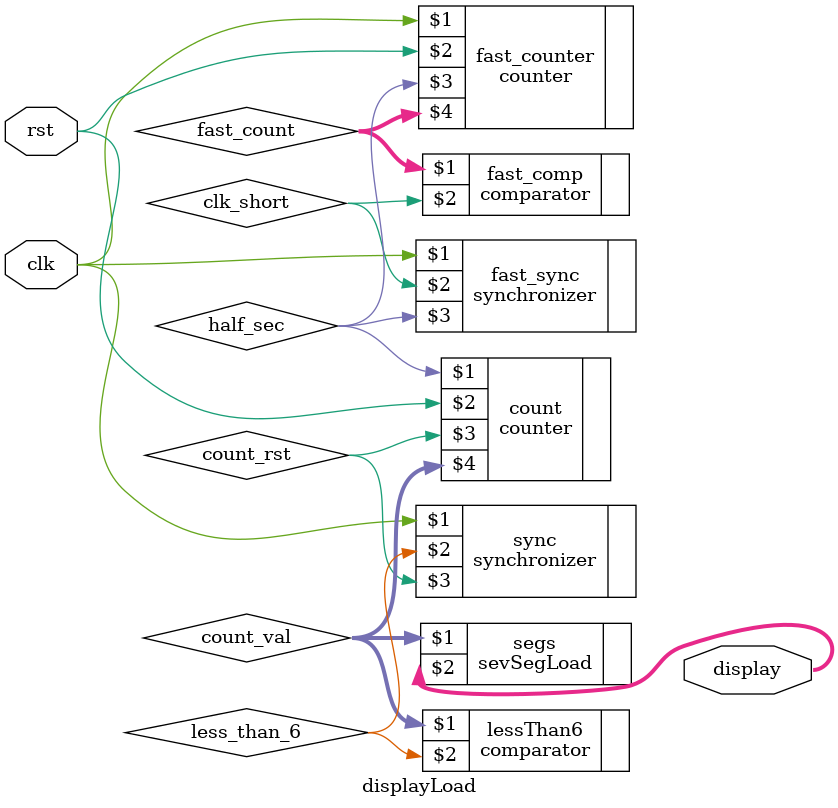
<source format=sv>
/*******************************************************************
 * Company:				Oregon State University
 * Engineer:			Benjamin Anderson II
 * 
 * Create Date:		11/27/2022
 * Design Name:		Final
 * Module Name:		displayLoad
 * Project Name:		ECE_272_Final
 * Target Devices:	DE10-Lite
 * Tool Versions:		Quartus Prime 18.0
 * Description:		Outputs a loading animation
*******************************************************************/
module displayLoad
	(input logic clk,
	input  logic rst,
	output logic[6:0] display);
	
	
	logic[1:0] fast_count; // output of the counter that goes to 25,000,000
	logic[2:0]  count_val;	// informs which stage of the animation is beign displayed
	
	logic clk_short;	// turns high every half second 
	logic count_rst;	// tells the bottom counter when to reset
	logic less_than_6;// outputs HIGH, when bottom counter is less than 6
	logic half_sec;	// the clock used for the animation
	
	//The logical block that counts to a 25,000,000 and resets when it is hit
	counter #(2, 0) fast_counter(clk, rst, half_sec, fast_count[1:0]);
	comparator #(2, 2) fast_comp(fast_count[1:0], clk_short);
	synchronizer fast_sync(clk, clk_short, half_sec);

	//The logical block that counts to 6 and resets when it is hit.
	//(uses the output of the last block as the clock)
	counter #(3, 6) count(half_sec, rst, count_rst, count_val[2:0]);
	comparator #(3, 6) lessThan6(count_val[2:0], less_than_6);
	synchronizer sync(clk, less_than_6, count_rst);
	
	//displays the animation stage dependent on the current count value.
	sevSegLoad segs(count_val[2:0], display[6:0]);
endmodule

</source>
